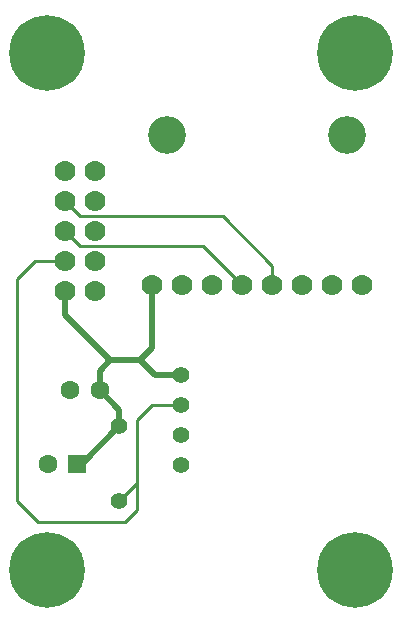
<source format=gbr>
%TF.GenerationSoftware,KiCad,Pcbnew,(5.1.6)-1*%
%TF.CreationDate,2020-11-07T19:51:12-05:00*%
%TF.ProjectId,SatelliteMush,53617465-6c6c-4697-9465-4d7573682e6b,rev?*%
%TF.SameCoordinates,Original*%
%TF.FileFunction,Copper,L1,Top*%
%TF.FilePolarity,Positive*%
%FSLAX46Y46*%
G04 Gerber Fmt 4.6, Leading zero omitted, Abs format (unit mm)*
G04 Created by KiCad (PCBNEW (5.1.6)-1) date 2020-11-07 19:51:12*
%MOMM*%
%LPD*%
G01*
G04 APERTURE LIST*
%TA.AperFunction,ComponentPad*%
%ADD10C,1.600000*%
%TD*%
%TA.AperFunction,ComponentPad*%
%ADD11C,3.200000*%
%TD*%
%TA.AperFunction,ComponentPad*%
%ADD12C,1.778000*%
%TD*%
%TA.AperFunction,ComponentPad*%
%ADD13R,1.600000X1.600000*%
%TD*%
%TA.AperFunction,ComponentPad*%
%ADD14C,6.400000*%
%TD*%
%TA.AperFunction,ComponentPad*%
%ADD15C,1.422400*%
%TD*%
%TA.AperFunction,Conductor*%
%ADD16C,0.508000*%
%TD*%
%TA.AperFunction,Conductor*%
%ADD17C,0.250000*%
%TD*%
G04 APERTURE END LIST*
D10*
%TO.P,C1,2*%
%TO.N,GND*%
X151805000Y-97790000D03*
%TO.P,C1,1*%
%TO.N,+5V*%
X154305000Y-97790000D03*
%TD*%
D11*
%TO.P,U2,10*%
%TO.N,N/C*%
X175260000Y-76200000D03*
%TO.P,U2,9*%
X160020000Y-76200000D03*
D12*
%TO.P,U2,1*%
%TO.N,+5V*%
X158750000Y-88900000D03*
%TO.P,U2,2*%
%TO.N,Net-(U2-Pad2)*%
X161290000Y-88900000D03*
%TO.P,U2,3*%
%TO.N,GND*%
X163830000Y-88900000D03*
%TO.P,U2,4*%
%TO.N,SDA*%
X166370000Y-88900000D03*
%TO.P,U2,5*%
%TO.N,SCL*%
X168910000Y-88900000D03*
%TO.P,U2,6*%
%TO.N,GND*%
X171450000Y-88900000D03*
%TO.P,U2,7*%
%TO.N,Net-(U2-Pad7)*%
X173990000Y-88900000D03*
%TO.P,U2,8*%
%TO.N,Net-(U2-Pad8)*%
X176530000Y-88900000D03*
%TD*%
D10*
%TO.P,C2,2*%
%TO.N,GND*%
X149900000Y-104013000D03*
D13*
%TO.P,C2,1*%
%TO.N,+5V*%
X152400000Y-104013000D03*
%TD*%
D14*
%TO.P,REF\u002A\u002A,1*%
%TO.N,N/C*%
X175895000Y-113030000D03*
%TD*%
%TO.P,REF\u002A\u002A,1*%
%TO.N,N/C*%
X149860000Y-113030000D03*
%TD*%
%TO.P,REF\u002A\u002A,1*%
%TO.N,N/C*%
X149860000Y-69215000D03*
%TD*%
%TO.P,REF\u002A\u002A,1*%
%TO.N,N/C*%
X175895000Y-69215000D03*
%TD*%
D15*
%TO.P,U1,1*%
%TO.N,+5V*%
X161163000Y-96520000D03*
%TO.P,U1,4*%
%TO.N,GND*%
X161163000Y-104140000D03*
%TO.P,U1,3*%
%TO.N,Net-(U1-Pad3)*%
X161163000Y-101600000D03*
%TO.P,U1,2*%
%TO.N,D4*%
X161163000Y-99060000D03*
%TD*%
%TO.P,R1,2*%
%TO.N,D4*%
X155956000Y-107188000D03*
%TO.P,R1,1*%
%TO.N,+5V*%
X155956000Y-100838000D03*
%TD*%
D12*
%TO.P,J1,3*%
%TO.N,D4*%
X151384000Y-86868000D03*
%TO.P,J1,1*%
%TO.N,+5V*%
X151384000Y-89408000D03*
%TO.P,J1,5*%
%TO.N,SDA*%
X151384000Y-84328000D03*
%TO.P,J1,7*%
%TO.N,SCL*%
X151384000Y-81788000D03*
%TO.P,J1,9*%
%TO.N,Net-(J1-Pad9)*%
X151384000Y-79248000D03*
%TO.P,J1,10*%
%TO.N,GND*%
X153924000Y-79248000D03*
%TO.P,J1,4*%
X153924000Y-86868000D03*
%TO.P,J1,2*%
X153924000Y-89408000D03*
%TO.P,J1,6*%
X153924000Y-84328000D03*
%TO.P,J1,8*%
X153924000Y-81788000D03*
%TD*%
D16*
%TO.N,+5V*%
X161163000Y-96520000D02*
X159004000Y-96520000D01*
X159004000Y-96520000D02*
X157734000Y-95250000D01*
X154305000Y-96139000D02*
X155194000Y-95250000D01*
X157734000Y-95250000D02*
X155194000Y-95250000D01*
X154305000Y-96139000D02*
X154305000Y-97790000D01*
X155194000Y-95250000D02*
X151384000Y-91440000D01*
X151384000Y-91440000D02*
X151384000Y-89408000D01*
X157734000Y-95250000D02*
X158750000Y-94234000D01*
X158750000Y-94234000D02*
X158750000Y-88900000D01*
X152781000Y-104013000D02*
X155956000Y-100838000D01*
X152400000Y-104013000D02*
X152781000Y-104013000D01*
X154305000Y-97790000D02*
X155956000Y-99441000D01*
X155956000Y-99441000D02*
X155956000Y-100838000D01*
D17*
%TO.N,SCL*%
X151384000Y-81788000D02*
X152654000Y-83058000D01*
X164719000Y-83058000D02*
X168910000Y-87249000D01*
X152654000Y-83058000D02*
X164719000Y-83058000D01*
X168910000Y-88900000D02*
X168910000Y-87249000D01*
%TO.N,SDA*%
X151384000Y-84328000D02*
X152654000Y-85598000D01*
X163068000Y-85598000D02*
X166370000Y-88900000D01*
X152654000Y-85598000D02*
X163068000Y-85598000D01*
%TO.N,D4*%
X158750000Y-99060000D02*
X161163000Y-99060000D01*
X157480000Y-100330000D02*
X158750000Y-99060000D01*
X157480000Y-107950000D02*
X156464000Y-108966000D01*
X149098000Y-108966000D02*
X147320000Y-107188000D01*
X157480000Y-106045000D02*
X157480000Y-107950000D01*
X156464000Y-108966000D02*
X149098000Y-108966000D01*
X147320000Y-107188000D02*
X147320000Y-88392000D01*
X148844000Y-86868000D02*
X151384000Y-86868000D01*
X147320000Y-88392000D02*
X148844000Y-86868000D01*
X155956000Y-107188000D02*
X157480000Y-105664000D01*
X157480000Y-106045000D02*
X157480000Y-105664000D01*
X157480000Y-105664000D02*
X157480000Y-100330000D01*
%TD*%
M02*

</source>
